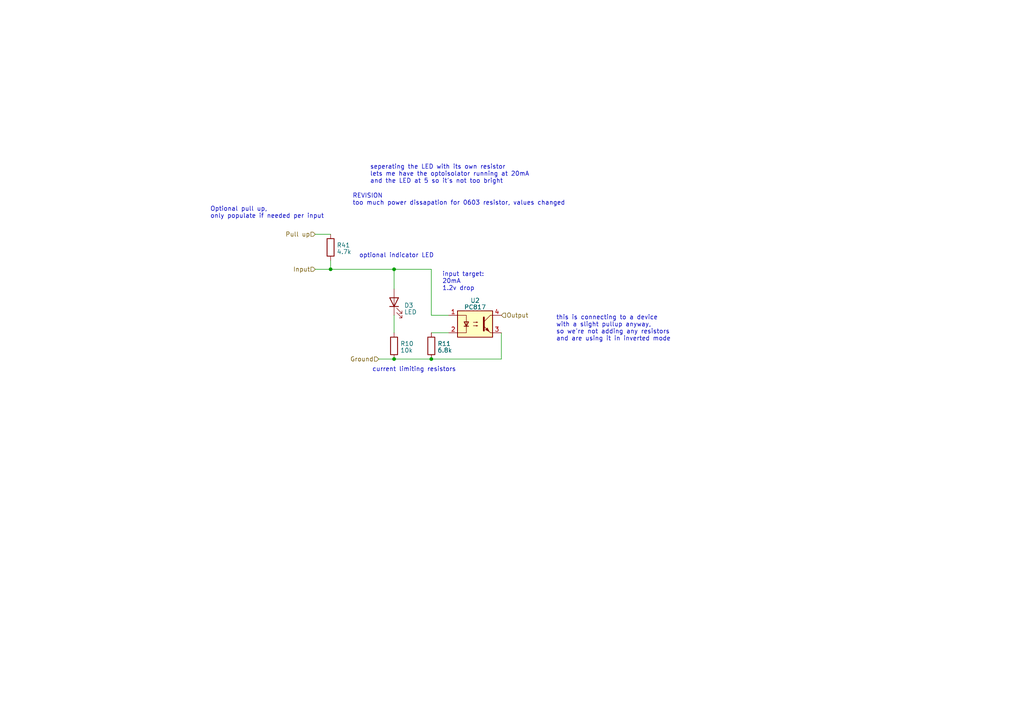
<source format=kicad_sch>
(kicad_sch (version 20230121) (generator eeschema)
  (paper "A4")
  (lib_symbols
    (symbol "Device:LED" (pin_numbers hide) (pin_names (offset 1.016) hide)
      (property "Reference" "D" (at 0 2.54 0))
      (property "Value" "LED" (at 0 -2.54 0))
      (symbol "LED_0_1"
        (polyline (pts (xy -1.27 -1.27) (xy -1.27 1.27)) (stroke (width 0.254)))
        (polyline (pts (xy -1.27 0) (xy 1.27 0)))
        (polyline (pts (xy 1.27 -1.27) (xy 1.27 1.27) (xy -1.27 0) (xy 1.27 -1.27)) (stroke (width 0.254)))
        (polyline (pts (xy -3.048 -0.762) (xy -4.572 -2.286) (xy -3.81 -2.286) (xy -4.572 -2.286) (xy -4.572 -1.524)))
        (polyline (pts (xy -1.778 -0.762) (xy -3.302 -2.286) (xy -2.54 -2.286) (xy -3.302 -2.286) (xy -3.302 -1.524)))
      )
      (symbol "LED_1_1"
        (pin passive line (at -3.81 0 0) (length 2.54) (name "K") (number "1"))
        (pin passive line (at 3.81 0 180) (length 2.54) (name "A") (number "2"))
      )
    )
    (symbol "Device:R" (pin_numbers hide) (pin_names (offset 0))
      (property "Reference" "R" (at 2.032 0 90))
      (property "Value" "R" (at 0 0 90))
      (symbol "R_0_1"
        (rectangle (start -1.016 -2.54) (end 1.016 2.54) (stroke (width 0.254)))
      )
      (symbol "R_1_1"
        (pin passive line (at 0 3.81 270) (length 1.27) (name "~") (number "1"))
        (pin passive line (at 0 -3.81 90) (length 1.27) (name "~") (number "2"))
      )
    )
    (symbol "Isolator:PC817" (pin_names (offset 1.016))
      (property "Reference" "U" (at -5.08 5.08 0))
      (property "Value" "PC817" (at 0 5.08 0))
      (symbol "PC817_0_1"
        (rectangle (start -5.08 3.81) (end 5.08 -3.81) (stroke (width 0.254)) (fill (type background)))
        (polyline (pts (xy -3.175 -0.635) (xy -1.905 -0.635)) (stroke (width 0.254)))
        (polyline (pts (xy 2.54 0.635) (xy 4.445 2.54)))
        (polyline (pts (xy 4.445 -2.54) (xy 2.54 -0.635)) (fill (type outline)))
        (polyline (pts (xy 4.445 -2.54) (xy 5.08 -2.54)))
        (polyline (pts (xy 4.445 2.54) (xy 5.08 2.54)))
        (polyline (pts (xy -5.08 2.54) (xy -2.54 2.54) (xy -2.54 -0.635)))
        (polyline (pts (xy -2.54 -0.635) (xy -2.54 -2.54) (xy -5.08 -2.54)))
        (polyline (pts (xy 2.54 1.905) (xy 2.54 -1.905) (xy 2.54 -1.905)) (stroke (width 0.508)))
        (polyline (pts (xy -2.54 -0.635) (xy -3.175 0.635) (xy -1.905 0.635) (xy -2.54 -0.635)) (stroke (width 0.254)))
        (polyline (pts (xy -0.508 -0.508) (xy 0.762 -0.508) (xy 0.381 -0.635) (xy 0.381 -0.381) (xy 0.762 -0.508)))
        (polyline (pts (xy -0.508 0.508) (xy 0.762 0.508) (xy 0.381 0.381) (xy 0.381 0.635) (xy 0.762 0.508)))
        (polyline (pts (xy 3.048 -1.651) (xy 3.556 -1.143) (xy 4.064 -2.159) (xy 3.048 -1.651) (xy 3.048 -1.651)) (fill (type outline)))
      )
      (symbol "PC817_1_1"
        (pin passive line (at -7.62 2.54 0) (length 2.54) (name "~") (number "1"))
        (pin passive line (at -7.62 -2.54 0) (length 2.54) (name "~") (number "2"))
        (pin passive line (at 7.62 -2.54 180) (length 2.54) (name "~") (number "3"))
        (pin passive line (at 7.62 2.54 180) (length 2.54) (name "~") (number "4"))
      )
    )
  )
  (junction (at 125.095 104.14))
  (junction (at 114.3 78.105))
  (junction (at 114.3 104.14))
  (junction (at 95.885 78.105))
  (wire (pts (xy 114.3 104.14) (xy 125.095 104.14)))
  (wire (pts (xy 125.095 104.14) (xy 145.415 104.14)))
  (wire (pts (xy 109.855 104.14) (xy 114.3 104.14)))
  (wire (pts (xy 145.415 96.52) (xy 145.415 104.14)))
  (wire (pts (xy 95.885 78.105) (xy 114.3 78.105)))
  (wire (pts (xy 125.095 96.52) (xy 130.175 96.52)))
  (wire (pts (xy 91.44 67.945) (xy 95.885 67.945)))
  (wire (pts (xy 91.44 78.105) (xy 95.885 78.105)))
  (wire (pts (xy 114.3 78.105) (xy 114.3 83.82)))
  (wire (pts (xy 125.095 91.44) (xy 130.175 91.44)))
  (wire (pts (xy 114.3 91.44) (xy 114.3 96.52)))
  (wire (pts (xy 95.885 75.565) (xy 95.885 78.105)))
  (wire (pts (xy 125.095 91.44) (xy 125.095 78.105)))
  (wire (pts (xy 114.3 78.105) (xy 125.095 78.105)))
  (text "this is connecting to a device\nwith a slight pullup anyway, \nso we're not adding any resistors \nand are using it in inverted mode" (at 161.29 99.06 0) (effects (font (size 1.27 1.27)) (justify left bottom)))
  (text "input target: \n20mA\n1.2v drop" (at 128.27 84.455 0) (effects (font (size 1.27 1.27)) (justify left bottom)))
  (text "Optional pull up,\nonly populate if needed per input" (at 60.96 63.5 0) (effects (font (size 1.27 1.27)) (justify left bottom)))
  (text "current limiting resistors" (at 107.95 107.95 0) (effects (font (size 1.27 1.27)) (justify left bottom)))
  (text "seperating the LED with its own resistor\nlets me have the optoisolator running at 20mA\nand the LED at 5 so it's not too bright" (at 107.315 53.34 0) (effects (font (size 1.27 1.27)) (justify left bottom)))
  (text "REVISION\ntoo much power dissapation for 0603 resistor, values changed" (at 102.235 59.69 0) (effects (font (size 1.27 1.27)) (justify left bottom)))
  (text "optional indicator LED" (at 104.14 74.93 0) (effects (font (size 1.27 1.27)) (justify left bottom)))
  (hierarchical_label "Ground" (shape input) (at 109.855 104.14 180))
  (hierarchical_label "Input" (shape input) (at 91.44 78.105 180))
  (hierarchical_label "Pull up" (shape input) (at 91.44 67.945 180))
  (hierarchical_label "Output" (shape input) (at 145.415 91.44 0))
  (symbol (lib_id "Device:R") (at 95.885 71.755 0) (unit 1)
    (property "Reference" "R41" (at 97.663 71.1113 0) (effects (justify left)))
    (property "Value" "4.7k" (at 97.663 73.0323 0) (effects (justify left)))
    (property "Footprint" "Resistor_SMD:R_0603_1608Metric" (effects hide))
    (instances (project "i2c 24vin" (path "" (reference "R41") (unit 1)) (path "" (reference "R42") (unit 1)) (path "" (reference "R43") (unit 1)) (path "" (reference "R44") (unit 1)) (path "" (reference "R40") (unit 1)) (path "" (reference "R45") (unit 1)) (path "" (reference "R46") (unit 1)) (path "" (reference "R47") (unit 1)) (path "" (reference "R49") (unit 1)) (path "" (reference "R50") (unit 1)) (path "" (reference "R51") (unit 1)) (path "" (reference "R52") (unit 1)) (path "" (reference "R48") (unit 1)) (path "" (reference "R53") (unit 1)) (path "" (reference "R54") (unit 1)) (path "" (reference "R55") (unit 1))))
  )
  (symbol (lib_id "Device:R") (at 125.095 100.33 0) (unit 1)
    (property "Reference" "R11" (at 126.873 99.6863 0) (effects (justify left)))
    (property "Value" "6.8k" (at 126.873 101.6073 0) (effects (justify left)))
    (property "Footprint" "Resistor_SMD:R_0603_1608Metric" (effects hide))
    (instances (project "i2c 24vin" (path "" (reference "R11") (unit 1)) (path "" (reference "R13") (unit 1)) (path "" (reference "R15") (unit 1)) (path "" (reference "R17") (unit 1)) (path "" (reference "R9") (unit 1)) (path "" (reference "R19") (unit 1)) (path "" (reference "R21") (unit 1)) (path "" (reference "R23") (unit 1)) (path "" (reference "R27") (unit 1)) (path "" (reference "R29") (unit 1)) (path "" (reference "R31") (unit 1)) (path "" (reference "R33") (unit 1)) (path "" (reference "R25") (unit 1)) (path "" (reference "R35") (unit 1)) (path "" (reference "R37") (unit 1)) (path "" (reference "R39") (unit 1))))
  )
  (symbol (lib_id "Device:R") (at 114.3 100.33 0) (unit 1)
    (property "Reference" "R10" (at 116.078 99.6863 0) (effects (justify left)))
    (property "Value" "10k" (at 116.078 101.6073 0) (effects (justify left)))
    (property "Footprint" "Resistor_SMD:R_0603_1608Metric" (effects hide))
    (instances (project "i2c 24vin" (path "" (reference "R10") (unit 1)) (path "" (reference "R12") (unit 1)) (path "" (reference "R14") (unit 1)) (path "" (reference "R16") (unit 1)) (path "" (reference "R8") (unit 1)) (path "" (reference "R18") (unit 1)) (path "" (reference "R20") (unit 1)) (path "" (reference "R22") (unit 1)) (path "" (reference "R26") (unit 1)) (path "" (reference "R28") (unit 1)) (path "" (reference "R30") (unit 1)) (path "" (reference "R32") (unit 1)) (path "" (reference "R24") (unit 1)) (path "" (reference "R34") (unit 1)) (path "" (reference "R36") (unit 1)) (path "" (reference "R38") (unit 1))))
  )
  (symbol (lib_id "Isolator:PC817") (at 137.795 93.98 0) (unit 1)
    (property "Reference" "U2" (at 137.795 87.1601 0))
    (property "Value" "PC817" (at 137.795 89.0811 0))
    (property "Footprint" "Package_DIP:DIP-4_W7.62mm" (effects hide))
    (property "Datasheet" "http://www.soselectronic.cz/a_info/resource/d/pc817.pdf" (effects hide))
    (instances (project "i2c 24vin" (path "" (reference "U2") (unit 1)) (path "" (reference "U3") (unit 1)) (path "" (reference "U4") (unit 1)) (path "" (reference "U5") (unit 1)) (path "" (reference "U1") (unit 1)) (path "" (reference "U6") (unit 1)) (path "" (reference "U7") (unit 1)) (path "" (reference "U8") (unit 1)) (path "" (reference "U10") (unit 1)) (path "" (reference "U11") (unit 1)) (path "" (reference "U12") (unit 1)) (path "" (reference "U13") (unit 1)) (path "" (reference "U9") (unit 1)) (path "" (reference "U14") (unit 1)) (path "" (reference "U15") (unit 1)) (path "" (reference "U16") (unit 1))))
  )
  (symbol (lib_id "Device:LED") (at 114.3 87.63 90) (unit 1)
    (property "Reference" "D3" (at 117.221 88.5738 90) (effects (justify right)))
    (property "Value" "LED" (at 117.221 90.4948 90) (effects (justify right)))
    (property "Footprint" "LED_SMD:LED_0603_1608Metric_Pad1.05x0.95mm_HandSolder" (effects hide))
    (instances (project "i2c 24vin" (path "" (reference "D3") (unit 1)) (path "" (reference "D4") (unit 1)) (path "" (reference "D5") (unit 1)) (path "" (reference "D6") (unit 1)) (path "" (reference "D2") (unit 1)) (path "" (reference "D7") (unit 1)) (path "" (reference "D8") (unit 1)) (path "" (reference "D9") (unit 1)) (path "" (reference "D11") (unit 1)) (path "" (reference "D12") (unit 1)) (path "" (reference "D13") (unit 1)) (path "" (reference "D14") (unit 1)) (path "" (reference "D10") (unit 1)) (path "" (reference "D15") (unit 1)) (path "" (reference "D16") (unit 1)) (path "" (reference "D17") (unit 1))))
  )
)
</source>
